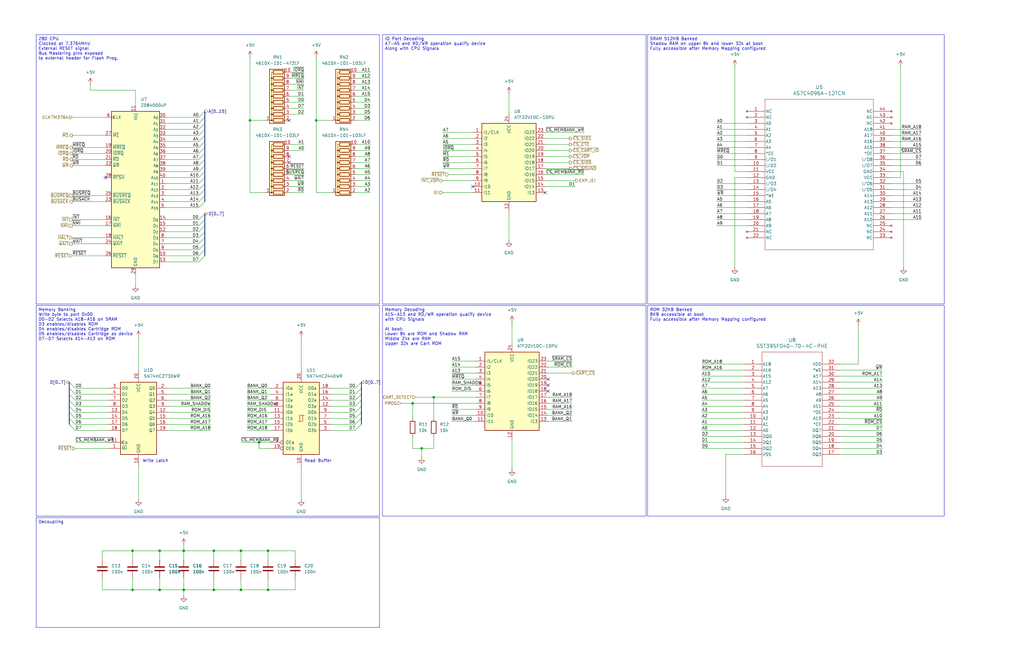
<source format=kicad_sch>
(kicad_sch (version 20250114) (generator "eeschema") (generator_version "9.0")
  (paper "USLedger")
  (text "Write Latch" (at 65.532 194.564 0) (effects (font (size 1.27 1.27))))
  (text "Read Buffer" (at 134.112 194.564 0) (effects (font (size 1.27 1.27))))
  (text_box "Decoupling" (at 15.24 218.44 0) (size 144.78 46.355) (margins 0.9525 0.9525 0.9525 0.9525) (effects (font (size 1.27 1.27)) (justify left top)))
  (text_box "SRAM 512KB Banked\nShadow RAM on upper 8k and lower 32k at boot\nFully accessible after Memory Mapping configured" (at 273.05 14.605 0) (size 125.095 113.665) (margins 0.9525 0.9525 0.9525 0.9525) (effects (font (size 1.27 1.27)) (justify left top)))
  (text_box "Z80 CPU\nClocked at 7.3764MHz\nExternal RESET signal\nBus Mastering pins exposed\nto external header for Flash Prog." (at 15.24 14.605 0) (size 144.78 113.665) (margins 0.9525 0.9525 0.9525 0.9525) (effects (font (size 1.27 1.27)) (justify left top)))
  (text_box "IO Port Decoding\nA7-A5 and RD/WR operation qualify device\nAlong with CPU Signals" (at 161.29 14.605 0) (size 111.125 113.665) (margins 0.9525 0.9525 0.9525 0.9525) (effects (font (size 1.27 1.27)) (justify left top)))
  (text_box "ROM 32KB Banked\n8KB accessible at boot\nFully accessible after Memory Mapping configured" (at 273.05 128.905 0) (size 125.095 88.9) (margins 0.9525 0.9525 0.9525 0.9525) (effects (font (size 1.27 1.27)) (justify left top)))
  (text_box "Memory Banking\nWrite byte to port 0x00\nD0-D2 Selects A18-A16 on SRAM\nD3 enables/disables ROM\nD4 enables/disables Cartridge ROM\nD5 enables/disables Cartridge as device\nD7-D7 Selects A14-A13 on ROM" (at 15.24 128.905 0) (size 144.78 88.9) (margins 0.9525 0.9525 0.9525 0.9525) (effects (font (size 1.27 1.27)) (justify left top)))
  (text_box "Memory Decoding\nA15-A13 and RD/WR operation qualify device\nwith CPU Signals\n\nAt boot:\nLower 8k are ROM and Shadow RAM\nMiddle 24k are RAM\nUpper 32k are Cart ROM\n\n" (at 161.29 128.905 0) (size 111.125 88.9) (margins 0.9525 0.9525 0.9525 0.9525) (effects (font (size 1.27 1.27)) (justify left top)))
  (junction (at 67.31 248.92))
  (junction (at 113.03 232.41))
  (junction (at 101.6 248.92))
  (junction (at 113.03 248.92))
  (junction (at 182.88 167.64))
  (junction (at 55.88 248.92))
  (junction (at 109.22 186.69))
  (junction (at 173.99 170.18))
  (junction (at 105.41 50.8))
  (junction (at 67.31 232.41))
  (junction (at 101.6 232.41))
  (junction (at 90.17 248.92))
  (junction (at 177.8 189.23))
  (junction (at 77.47 232.41))
  (junction (at 77.47 248.92))
  (junction (at 90.17 232.41))
  (junction (at 133.35 50.8))
  (junction (at 55.88 232.41))
  (no_connect (at 199.39 78.74))
  (no_connect (at 231.14 162.56))
  (no_connect (at 231.14 165.1))
  (no_connect (at 44.45 74.93))
  (no_connect (at 231.14 160.02))
  (no_connect (at 229.87 81.28))
  (no_connect (at 121.92 68.58))
  (no_connect (at 121.92 50.8))
  (no_connect (at 121.92 66.04))
  (bus_entry (at 83.82 105.41) (size 2.54 -2.54))
  (bus_entry (at 83.82 80.01) (size 2.54 -2.54))
  (bus_entry (at 152.4 161.29) (size -2.54 2.54))
  (bus_entry (at 29.21 166.37) (size 2.54 2.54))
  (bus_entry (at 83.82 57.15) (size 2.54 -2.54))
  (bus_entry (at 152.4 171.45) (size -2.54 2.54))
  (bus_entry (at 83.82 72.39) (size 2.54 -2.54))
  (bus_entry (at 83.82 62.23) (size 2.54 -2.54))
  (bus_entry (at 83.82 107.95) (size 2.54 -2.54))
  (bus_entry (at 152.4 176.53) (size -2.54 2.54))
  (bus_entry (at 83.82 102.87) (size 2.54 -2.54))
  (bus_entry (at 83.82 100.33) (size 2.54 -2.54))
  (bus_entry (at 83.82 54.61) (size 2.54 -2.54))
  (bus_entry (at 152.4 168.91) (size -2.54 2.54))
  (bus_entry (at 83.82 97.79) (size 2.54 -2.54))
  (bus_entry (at 83.82 49.53) (size 2.54 -2.54))
  (bus_entry (at 83.82 95.25) (size 2.54 -2.54))
  (bus_entry (at 29.21 179.07) (size 2.54 2.54))
  (bus_entry (at 83.82 59.69) (size 2.54 -2.54))
  (bus_entry (at 83.82 82.55) (size 2.54 -2.54))
  (bus_entry (at 83.82 74.93) (size 2.54 -2.54))
  (bus_entry (at 83.82 87.63) (size 2.54 -2.54))
  (bus_entry (at 152.4 166.37) (size -2.54 2.54))
  (bus_entry (at 29.21 176.53) (size 2.54 2.54))
  (bus_entry (at 83.82 110.49) (size 2.54 -2.54))
  (bus_entry (at 83.82 67.31) (size 2.54 -2.54))
  (bus_entry (at 83.82 64.77) (size 2.54 -2.54))
  (bus_entry (at 83.82 69.85) (size 2.54 -2.54))
  (bus_entry (at 152.4 173.99) (size -2.54 2.54))
  (bus_entry (at 29.21 171.45) (size 2.54 2.54))
  (bus_entry (at 83.82 85.09) (size 2.54 -2.54))
  (bus_entry (at 29.21 173.99) (size 2.54 2.54))
  (bus_entry (at 152.4 163.83) (size -2.54 2.54))
  (bus_entry (at 29.21 168.91) (size 2.54 2.54))
  (bus_entry (at 83.82 77.47) (size 2.54 -2.54))
  (bus_entry (at 29.21 161.29) (size 2.54 2.54))
  (bus_entry (at 152.4 179.07) (size -2.54 2.54))
  (bus_entry (at 29.21 163.83) (size 2.54 2.54))
  (bus_entry (at 83.82 92.71) (size 2.54 -2.54))
  (bus_entry (at 83.82 52.07) (size 2.54 -2.54))
  (wire (pts (xy 104.14 163.83) (xy 114.3 163.83)))
  (wire (pts (xy 104.14 166.37) (xy 114.3 166.37)))
  (wire (pts (xy 190.5 160.02) (xy 200.66 160.02)))
  (bus (pts (xy 29.21 173.99) (xy 29.21 176.53)))
  (wire (pts (xy 43.18 243.84) (xy 43.18 248.92)))
  (wire (pts (xy 229.87 58.42) (xy 240.03 58.42)))
  (wire (pts (xy 231.14 157.48) (xy 241.3 157.48)))
  (wire (pts (xy 375.92 77.47) (xy 388.62 77.47)))
  (wire (pts (xy 375.92 72.39) (xy 381 72.39)))
  (wire (pts (xy 121.92 45.72) (xy 128.27 45.72)))
  (wire (pts (xy 149.86 71.12) (xy 156.21 71.12)))
  (wire (pts (xy 375.92 87.63) (xy 388.62 87.63)))
  (wire (pts (xy 186.69 81.28) (xy 199.39 81.28)))
  (wire (pts (xy 375.92 67.31) (xy 388.62 67.31)))
  (wire (pts (xy 30.48 64.77) (xy 44.45 64.77)))
  (bus (pts (xy 86.36 92.71) (xy 86.36 95.25)))
  (wire (pts (xy 309.88 27.94) (xy 309.88 72.39)))
  (wire (pts (xy 71.12 163.83) (xy 88.9 163.83)))
  (wire (pts (xy 354.33 191.77) (xy 372.11 191.77)))
  (wire (pts (xy 375.92 54.61) (xy 388.62 54.61)))
  (wire (pts (xy 354.33 163.83) (xy 372.11 163.83)))
  (wire (pts (xy 375.92 85.09) (xy 388.62 85.09)))
  (wire (pts (xy 302.26 90.17) (xy 314.96 90.17)))
  (wire (pts (xy 30.48 102.87) (xy 44.45 102.87)))
  (wire (pts (xy 30.48 85.09) (xy 44.45 85.09)))
  (wire (pts (xy 30.48 57.15) (xy 44.45 57.15)))
  (wire (pts (xy 354.33 181.61) (xy 372.11 181.61)))
  (wire (pts (xy 295.91 186.69) (xy 313.69 186.69)))
  (wire (pts (xy 354.33 179.07) (xy 372.11 179.07)))
  (wire (pts (xy 43.18 236.22) (xy 43.18 232.41)))
  (wire (pts (xy 182.88 167.64) (xy 200.66 167.64)))
  (wire (pts (xy 302.26 92.71) (xy 314.96 92.71)))
  (bus (pts (xy 86.36 52.07) (xy 86.36 54.61)))
  (wire (pts (xy 302.26 77.47) (xy 314.96 77.47)))
  (wire (pts (xy 67.31 232.41) (xy 77.47 232.41)))
  (wire (pts (xy 104.14 173.99) (xy 114.3 173.99)))
  (wire (pts (xy 113.03 243.84) (xy 113.03 248.92)))
  (bus (pts (xy 86.36 46.99) (xy 86.36 49.53)))
  (wire (pts (xy 109.22 186.69) (xy 114.3 186.69)))
  (wire (pts (xy 69.85 67.31) (xy 83.82 67.31)))
  (wire (pts (xy 173.99 170.18) (xy 200.66 170.18)))
  (wire (pts (xy 354.33 156.21) (xy 372.11 156.21)))
  (wire (pts (xy 354.33 158.75) (xy 372.11 158.75)))
  (wire (pts (xy 190.5 152.4) (xy 200.66 152.4)))
  (wire (pts (xy 69.85 49.53) (xy 83.82 49.53)))
  (wire (pts (xy 175.26 167.64) (xy 182.88 167.64)))
  (wire (pts (xy 302.26 67.31) (xy 314.96 67.31)))
  (wire (pts (xy 149.86 78.74) (xy 156.21 78.74)))
  (wire (pts (xy 149.86 76.2) (xy 156.21 76.2)))
  (wire (pts (xy 302.26 85.09) (xy 314.96 85.09)))
  (bus (pts (xy 86.36 80.01) (xy 86.36 82.55)))
  (wire (pts (xy 31.75 189.23) (xy 45.72 189.23)))
  (wire (pts (xy 375.92 80.01) (xy 388.62 80.01)))
  (wire (pts (xy 379.73 27.94) (xy 379.73 74.93)))
  (wire (pts (xy 69.85 110.49) (xy 83.82 110.49)))
  (wire (pts (xy 121.92 73.66) (xy 128.27 73.66)))
  (wire (pts (xy 177.8 189.23) (xy 182.88 189.23)))
  (wire (pts (xy 38.1 35.56) (xy 38.1 38.1)))
  (wire (pts (xy 69.85 92.71) (xy 83.82 92.71)))
  (wire (pts (xy 354.33 184.15) (xy 372.11 184.15)))
  (wire (pts (xy 302.26 57.15) (xy 314.96 57.15)))
  (wire (pts (xy 113.03 236.22) (xy 113.03 232.41)))
  (wire (pts (xy 69.85 85.09) (xy 83.82 85.09)))
  (wire (pts (xy 101.6 232.41) (xy 101.6 236.22)))
  (wire (pts (xy 69.85 52.07) (xy 83.82 52.07)))
  (wire (pts (xy 149.86 35.56) (xy 156.21 35.56)))
  (wire (pts (xy 149.86 50.8) (xy 156.21 50.8)))
  (wire (pts (xy 375.92 62.23) (xy 388.62 62.23)))
  (wire (pts (xy 314.96 72.39) (xy 309.88 72.39)))
  (bus (pts (xy 86.36 102.87) (xy 86.36 105.41)))
  (wire (pts (xy 67.31 232.41) (xy 67.31 236.22)))
  (wire (pts (xy 133.35 50.8) (xy 139.7 50.8)))
  (wire (pts (xy 149.86 171.45) (xy 139.7 171.45)))
  (wire (pts (xy 375.92 74.93) (xy 379.73 74.93)))
  (wire (pts (xy 69.85 74.93) (xy 83.82 74.93)))
  (wire (pts (xy 229.87 63.5) (xy 240.03 63.5)))
  (wire (pts (xy 302.26 82.55) (xy 314.96 82.55)))
  (wire (pts (xy 55.88 248.92) (xy 67.31 248.92)))
  (wire (pts (xy 168.91 170.18) (xy 173.99 170.18)))
  (wire (pts (xy 190.5 172.72) (xy 200.66 172.72)))
  (wire (pts (xy 69.85 105.41) (xy 83.82 105.41)))
  (wire (pts (xy 149.86 45.72) (xy 156.21 45.72)))
  (wire (pts (xy 186.69 58.42) (xy 199.39 58.42)))
  (wire (pts (xy 121.92 33.02) (xy 128.27 33.02)))
  (wire (pts (xy 354.33 173.99) (xy 372.11 173.99)))
  (wire (pts (xy 354.33 176.53) (xy 372.11 176.53)))
  (wire (pts (xy 189.23 73.66) (xy 199.39 73.66)))
  (wire (pts (xy 295.91 171.45) (xy 313.69 171.45)))
  (wire (pts (xy 182.88 167.64) (xy 182.88 176.53)))
  (wire (pts (xy 69.85 107.95) (xy 83.82 107.95)))
  (wire (pts (xy 306.07 191.77) (xy 306.07 209.55)))
  (wire (pts (xy 71.12 179.07) (xy 88.9 179.07)))
  (wire (pts (xy 149.86 60.96) (xy 156.21 60.96)))
  (wire (pts (xy 190.5 162.56) (xy 200.66 162.56)))
  (wire (pts (xy 104.14 171.45) (xy 114.3 171.45)))
  (wire (pts (xy 77.47 232.41) (xy 77.47 236.22)))
  (wire (pts (xy 77.47 248.92) (xy 90.17 248.92)))
  (bus (pts (xy 29.21 161.29) (xy 29.21 163.83)))
  (wire (pts (xy 295.91 173.99) (xy 313.69 173.99)))
  (wire (pts (xy 55.88 232.41) (xy 67.31 232.41)))
  (wire (pts (xy 186.69 76.2) (xy 199.39 76.2)))
  (wire (pts (xy 71.12 166.37) (xy 88.9 166.37)))
  (wire (pts (xy 104.14 181.61) (xy 114.3 181.61)))
  (wire (pts (xy 295.91 176.53) (xy 313.69 176.53)))
  (wire (pts (xy 215.9 135.89) (xy 215.9 144.78)))
  (wire (pts (xy 104.14 168.91) (xy 114.3 168.91)))
  (wire (pts (xy 77.47 229.87) (xy 77.47 232.41)))
  (wire (pts (xy 30.48 100.33) (xy 44.45 100.33)))
  (wire (pts (xy 121.92 78.74) (xy 128.27 78.74)))
  (wire (pts (xy 354.33 168.91) (xy 372.11 168.91)))
  (wire (pts (xy 302.26 80.01) (xy 314.96 80.01)))
  (wire (pts (xy 121.92 76.2) (xy 128.27 76.2)))
  (wire (pts (xy 77.47 248.92) (xy 77.47 251.46)))
  (wire (pts (xy 58.42 142.24) (xy 58.42 156.21)))
  (wire (pts (xy 127 142.24) (xy 127 156.21)))
  (wire (pts (xy 31.75 181.61) (xy 45.72 181.61)))
  (wire (pts (xy 313.69 191.77) (xy 306.07 191.77)))
  (wire (pts (xy 121.92 71.12) (xy 128.27 71.12)))
  (wire (pts (xy 69.85 57.15) (xy 83.82 57.15)))
  (wire (pts (xy 186.69 55.88) (xy 199.39 55.88)))
  (wire (pts (xy 133.35 81.28) (xy 139.7 81.28)))
  (wire (pts (xy 190.5 175.26) (xy 200.66 175.26)))
  (bus (pts (xy 152.4 171.45) (xy 152.4 173.99)))
  (wire (pts (xy 121.92 30.48) (xy 128.27 30.48)))
  (wire (pts (xy 309.88 74.93) (xy 314.96 74.93)))
  (wire (pts (xy 124.46 236.22) (xy 124.46 232.41)))
  (wire (pts (xy 31.75 173.99) (xy 45.72 173.99)))
  (wire (pts (xy 149.86 68.58) (xy 156.21 68.58)))
  (wire (pts (xy 295.91 161.29) (xy 313.69 161.29)))
  (wire (pts (xy 177.8 189.23) (xy 177.8 193.04)))
  (wire (pts (xy 149.86 33.02) (xy 156.21 33.02)))
  (wire (pts (xy 182.88 184.15) (xy 182.88 189.23)))
  (bus (pts (xy 152.4 163.83) (xy 152.4 166.37)))
  (bus (pts (xy 86.36 90.17) (xy 86.36 92.71)))
  (wire (pts (xy 30.48 67.31) (xy 44.45 67.31)))
  (wire (pts (xy 121.92 35.56) (xy 128.27 35.56)))
  (wire (pts (xy 149.86 66.04) (xy 156.21 66.04)))
  (wire (pts (xy 104.14 179.07) (xy 114.3 179.07)))
  (wire (pts (xy 121.92 40.64) (xy 128.27 40.64)))
  (wire (pts (xy 69.85 59.69) (xy 83.82 59.69)))
  (wire (pts (xy 30.48 69.85) (xy 44.45 69.85)))
  (wire (pts (xy 71.12 176.53) (xy 88.9 176.53)))
  (bus (pts (xy 86.36 100.33) (xy 86.36 102.87)))
  (wire (pts (xy 186.69 71.12) (xy 199.39 71.12)))
  (wire (pts (xy 124.46 243.84) (xy 124.46 248.92)))
  (bus (pts (xy 86.36 69.85) (xy 86.36 72.39)))
  (wire (pts (xy 133.35 24.13) (xy 133.35 50.8)))
  (wire (pts (xy 30.48 95.25) (xy 44.45 95.25)))
  (wire (pts (xy 90.17 232.41) (xy 101.6 232.41)))
  (wire (pts (xy 105.41 24.13) (xy 105.41 50.8)))
  (wire (pts (xy 149.86 38.1) (xy 156.21 38.1)))
  (wire (pts (xy 302.26 64.77) (xy 314.96 64.77)))
  (wire (pts (xy 295.91 184.15) (xy 313.69 184.15)))
  (wire (pts (xy 109.22 186.69) (xy 109.22 189.23)))
  (wire (pts (xy 302.26 62.23) (xy 314.96 62.23)))
  (wire (pts (xy 302.26 54.61) (xy 314.96 54.61)))
  (bus (pts (xy 86.36 62.23) (xy 86.36 64.77)))
  (wire (pts (xy 302.26 95.25) (xy 314.96 95.25)))
  (wire (pts (xy 43.18 232.41) (xy 55.88 232.41)))
  (wire (pts (xy 190.5 165.1) (xy 200.66 165.1)))
  (wire (pts (xy 58.42 196.85) (xy 58.42 210.82)))
  (wire (pts (xy 57.15 115.57) (xy 57.15 120.65)))
  (wire (pts (xy 295.91 153.67) (xy 313.69 153.67)))
  (wire (pts (xy 149.86 30.48) (xy 156.21 30.48)))
  (wire (pts (xy 173.99 170.18) (xy 173.99 176.53)))
  (wire (pts (xy 186.69 63.5) (xy 199.39 63.5)))
  (wire (pts (xy 121.92 38.1) (xy 128.27 38.1)))
  (wire (pts (xy 69.85 69.85) (xy 83.82 69.85)))
  (wire (pts (xy 354.33 186.69) (xy 372.11 186.69)))
  (wire (pts (xy 173.99 184.15) (xy 173.99 189.23)))
  (wire (pts (xy 190.5 177.8) (xy 200.66 177.8)))
  (bus (pts (xy 86.36 64.77) (xy 86.36 67.31)))
  (wire (pts (xy 104.14 176.53) (xy 114.3 176.53)))
  (wire (pts (xy 375.92 59.69) (xy 388.62 59.69)))
  (wire (pts (xy 133.35 50.8) (xy 133.35 81.28)))
  (bus (pts (xy 86.36 67.31) (xy 86.36 69.85)))
  (wire (pts (xy 55.88 243.84) (xy 55.88 248.92)))
  (wire (pts (xy 149.86 173.99) (xy 139.7 173.99)))
  (wire (pts (xy 69.85 102.87) (xy 83.82 102.87)))
  (wire (pts (xy 354.33 189.23) (xy 372.11 189.23)))
  (bus (pts (xy 86.36 105.41) (xy 86.36 107.95)))
  (wire (pts (xy 121.92 60.96) (xy 128.27 60.96)))
  (wire (pts (xy 295.91 166.37) (xy 313.69 166.37)))
  (wire (pts (xy 69.85 77.47) (xy 83.82 77.47)))
  (bus (pts (xy 86.36 57.15) (xy 86.36 59.69)))
  (wire (pts (xy 295.91 156.21) (xy 313.69 156.21)))
  (bus (pts (xy 86.36 54.61) (xy 86.36 57.15)))
  (wire (pts (xy 231.14 172.72) (xy 241.3 172.72)))
  (wire (pts (xy 190.5 154.94) (xy 200.66 154.94)))
  (wire (pts (xy 101.6 186.69) (xy 109.22 186.69)))
  (wire (pts (xy 57.15 38.1) (xy 38.1 38.1)))
  (bus (pts (xy 86.36 49.53) (xy 86.36 52.07)))
  (wire (pts (xy 69.85 100.33) (xy 83.82 100.33)))
  (wire (pts (xy 295.91 179.07) (xy 313.69 179.07)))
  (wire (pts (xy 105.41 50.8) (xy 105.41 81.28)))
  (bus (pts (xy 29.21 166.37) (xy 29.21 168.91)))
  (wire (pts (xy 229.87 68.58) (xy 240.03 68.58)))
  (wire (pts (xy 31.75 163.83) (xy 45.72 163.83)))
  (wire (pts (xy 77.47 232.41) (xy 90.17 232.41)))
  (bus (pts (xy 86.36 59.69) (xy 86.36 62.23)))
  (wire (pts (xy 101.6 243.84) (xy 101.6 248.92)))
  (wire (pts (xy 69.85 62.23) (xy 83.82 62.23)))
  (wire (pts (xy 55.88 232.41) (xy 55.88 236.22)))
  (wire (pts (xy 67.31 243.84) (xy 67.31 248.92)))
  (wire (pts (xy 30.48 92.71) (xy 44.45 92.71)))
  (wire (pts (xy 149.86 166.37) (xy 139.7 166.37)))
  (wire (pts (xy 149.86 63.5) (xy 156.21 63.5)))
  (wire (pts (xy 231.14 177.8) (xy 241.3 177.8)))
  (wire (pts (xy 354.33 166.37) (xy 372.11 166.37)))
  (wire (pts (xy 309.88 74.93) (xy 309.88 113.03)))
  (bus (pts (xy 86.36 82.55) (xy 86.36 85.09)))
  (bus (pts (xy 152.4 166.37) (xy 152.4 168.91)))
  (wire (pts (xy 31.75 179.07) (xy 45.72 179.07)))
  (wire (pts (xy 149.86 43.18) (xy 156.21 43.18)))
  (wire (pts (xy 190.5 157.48) (xy 200.66 157.48)))
  (wire (pts (xy 149.86 40.64) (xy 156.21 40.64)))
  (wire (pts (xy 381 72.39) (xy 381 113.03)))
  (wire (pts (xy 30.48 49.53) (xy 44.45 49.53)))
  (wire (pts (xy 375.92 82.55) (xy 388.62 82.55)))
  (wire (pts (xy 149.86 176.53) (xy 139.7 176.53)))
  (wire (pts (xy 31.75 171.45) (xy 45.72 171.45)))
  (wire (pts (xy 113.03 232.41) (xy 124.46 232.41)))
  (wire (pts (xy 43.18 248.92) (xy 55.88 248.92)))
  (wire (pts (xy 214.63 39.37) (xy 214.63 48.26)))
  (wire (pts (xy 375.92 69.85) (xy 388.62 69.85)))
  (bus (pts (xy 152.4 176.53) (xy 152.4 179.07)))
  (wire (pts (xy 375.92 57.15) (xy 388.62 57.15)))
  (wire (pts (xy 229.87 60.96) (xy 240.03 60.96)))
  (wire (pts (xy 57.15 44.45) (xy 57.15 38.1)))
  (bus (pts (xy 29.21 168.91) (xy 29.21 171.45)))
  (wire (pts (xy 101.6 248.92) (xy 113.03 248.92)))
  (wire (pts (xy 149.86 81.28) (xy 156.21 81.28)))
  (wire (pts (xy 109.22 189.23) (xy 114.3 189.23)))
  (bus (pts (xy 29.21 176.53) (xy 29.21 179.07)))
  (wire (pts (xy 69.85 82.55) (xy 83.82 82.55)))
  (wire (pts (xy 302.26 59.69) (xy 314.96 59.69)))
  (wire (pts (xy 375.92 90.17) (xy 388.62 90.17)))
  (wire (pts (xy 71.12 168.91) (xy 88.9 168.91)))
  (bus (pts (xy 152.4 168.91) (xy 152.4 171.45)))
  (wire (pts (xy 229.87 73.66) (xy 246.38 73.66)))
  (wire (pts (xy 149.86 179.07) (xy 139.7 179.07)))
  (wire (pts (xy 375.92 92.71) (xy 388.62 92.71)))
  (wire (pts (xy 31.75 166.37) (xy 45.72 166.37)))
  (wire (pts (xy 121.92 48.26) (xy 128.27 48.26)))
  (wire (pts (xy 69.85 80.01) (xy 83.82 80.01)))
  (wire (pts (xy 67.31 248.92) (xy 77.47 248.92)))
  (wire (pts (xy 295.91 168.91) (xy 313.69 168.91)))
  (wire (pts (xy 90.17 232.41) (xy 90.17 236.22)))
  (wire (pts (xy 173.99 189.23) (xy 177.8 189.23)))
  (wire (pts (xy 105.41 50.8) (xy 111.76 50.8)))
  (wire (pts (xy 113.03 248.92) (xy 124.46 248.92)))
  (wire (pts (xy 77.47 243.84) (xy 77.47 248.92)))
  (bus (pts (xy 29.21 163.83) (xy 29.21 166.37)))
  (wire (pts (xy 186.69 60.96) (xy 199.39 60.96)))
  (wire (pts (xy 149.86 73.66) (xy 156.21 73.66)))
  (wire (pts (xy 302.26 87.63) (xy 314.96 87.63)))
  (wire (pts (xy 231.14 175.26) (xy 241.3 175.26)))
  (wire (pts (xy 69.85 54.61) (xy 83.82 54.61)))
  (wire (pts (xy 149.86 181.61) (xy 139.7 181.61)))
  (bus (pts (xy 86.36 77.47) (xy 86.36 80.01)))
  (bus (pts (xy 152.4 161.29) (xy 152.4 163.83)))
  (wire (pts (xy 71.12 171.45) (xy 88.9 171.45)))
  (wire (pts (xy 295.91 158.75) (xy 313.69 158.75)))
  (bus (pts (xy 86.36 95.25) (xy 86.36 97.79)))
  (wire (pts (xy 295.91 189.23) (xy 313.69 189.23)))
  (wire (pts (xy 31.75 176.53) (xy 45.72 176.53)))
  (wire (pts (xy 214.63 88.9) (xy 214.63 101.6)))
  (wire (pts (xy 229.87 66.04) (xy 240.03 66.04)))
  (wire (pts (xy 31.75 186.69) (xy 45.72 186.69)))
  (wire (pts (xy 354.33 161.29) (xy 372.11 161.29)))
  (wire (pts (xy 186.69 68.58) (xy 199.39 68.58)))
  (wire (pts (xy 71.12 181.61) (xy 88.9 181.61)))
  (wire (pts (xy 229.87 55.88) (xy 246.38 55.88)))
  (wire (pts (xy 69.85 95.25) (xy 83.82 95.25)))
  (wire (pts (xy 231.14 152.4) (xy 241.3 152.4)))
  (bus (pts (xy 86.36 74.93) (xy 86.36 77.47)))
  (wire (pts (xy 231.14 167.64) (xy 241.3 167.64)))
  (wire (pts (xy 186.69 66.04) (xy 199.39 66.04)))
  (wire (pts (xy 31.75 168.91) (xy 45.72 168.91)))
  (bus (pts (xy 152.4 173.99) (xy 152.4 176.53)))
  (wire (pts (xy 375.92 64.77) (xy 388.62 64.77)))
  (bus (pts (xy 29.21 171.45) (xy 29.21 173.99)))
  (wire (pts (xy 231.14 170.18) (xy 241.3 170.18)))
  (wire (pts (xy 127 196.85) (xy 127 210.82)))
  (wire (pts (xy 229.87 78.74) (xy 242.57 78.74)))
  (wire (pts (xy 121.92 43.18) (xy 128.27 43.18)))
  (wire (pts (xy 69.85 72.39) (xy 83.82 72.39)))
  (wire (pts (xy 121.92 81.28) (xy 128.27 81.28)))
  (wire (pts (xy 295.91 163.83) (xy 313.69 163.83)))
  (wire (pts (xy 302.26 69.85) (xy 314.96 69.85)))
  (wire (pts (xy 361.95 137.16) (xy 361.95 153.67)))
  (wire (pts (xy 30.48 107.95) (xy 44.45 107.95)))
  (wire (pts (xy 30.48 82.55) (xy 44.45 82.55)))
  (bus (pts (xy 86.36 72.39) (xy 86.36 74.93)))
  (wire (pts (xy 90.17 248.92) (xy 101.6 248.92)))
  (wire (pts (xy 90.17 243.84) (xy 90.17 248.92)))
  (wire (pts (xy 354.33 153.67) (xy 361.95 153.67)))
  (wire (pts (xy 215.9 185.42) (xy 215.9 198.12)))
  (wire (pts (xy 101.6 232.41) (xy 113.03 232.41)))
  (wire (pts (xy 121.92 63.5) (xy 128.27 63.5)))
  (wire (pts (xy 302.26 52.07) (xy 314.96 52.07)))
  (wire (pts (xy 69.85 87.63) (xy 83.82 87.63)))
  (wire (pts (xy 69.85 64.77) (xy 83.82 64.77)))
  (wire (pts (xy 30.48 62.23) (xy 44.45 62.23)))
  (wire (pts (xy 149.86 48.26) (xy 156.21 48.26)))
  (wire (pts (xy 231.14 154.94) (xy 241.3 154.94)))
  (wire (pts (xy 69.85 97.79) (xy 83.82 97.79)))
  (wire (pts (xy 71.12 173.99) (xy 88.9 173.99)))
  (wire (pts (xy 105.41 81.28) (xy 111.76 81.28)))
  (wire (pts (xy 149.86 163.83) (xy 139.7 163.83)))
  (wire (pts (xy 149.86 168.91) (xy 139.7 168.91)))
  (wire (pts (xy 295.91 181.61) (xy 313.69 181.61)))
  (wire (pts (xy 229.87 76.2) (xy 242.57 76.2)))
  (wire (pts (xy 229.87 71.12) (xy 240.03 71.12)))
  (bus (pts (xy 86.36 97.79) (xy 86.36 100.33)))
  (wire (pts (xy 354.33 171.45) (xy 372.11 171.45)))
  (label "BANK_Q1" (at 88.9 166.37 180))
  (label "A15" (at 388.62 62.23 180))
  (label "~{WR}" (at 186.69 71.12 0))
  (label "BANK_Q0" (at 88.9 163.83 180))
  (label "D7" (at 128.27 45.72 180))
  (label "A5" (at 156.21 73.66 180))
  (label "A6" (at 156.21 71.12 180))
  (label "ROM_A17" (at 372.11 158.75 180))
  (label "ROM_A18" (at 104.14 181.61 0))
  (label "D6" (at 156.21 50.8 180))
  (label "D3" (at 156.21 45.72 180))
  (label "ROM_DIS" (at 104.14 173.99 0))
  (label "D2" (at 149.86 168.91 180))
  (label "A0" (at 302.26 52.07 0))
  (label "ROM_DIS" (at 190.5 165.1 0))
  (label "A14" (at 388.62 82.55 180))
  (label "~{RD}" (at 186.69 68.58 0))
  (label "D7" (at 83.82 110.49 180))
  (label "D5" (at 156.21 48.26 180))
  (label "D5" (at 372.11 186.69 180))
  (label "RAM_A17" (at 241.3 170.18 180))
  (label "A12" (at 388.62 87.63 180))
  (label "BANK_Q2" (at 104.14 168.91 0))
  (label "~{INT}" (at 128.27 38.1 180))
  (label "D0" (at 83.82 92.71 180))
  (label "A7" (at 302.26 90.17 0))
  (label "A8" (at 372.11 166.37 180))
  (label "~{RD}" (at 128.27 81.28 180))
  (label "~{NMI}" (at 128.27 35.56 180))
  (label "BANK_Q2" (at 88.9 168.91 180))
  (label "D7" (at 372.11 181.61 180))
  (label "~{INT}" (at 30.48 92.71 0))
  (label "A4" (at 156.21 76.2 180))
  (label "A6" (at 302.26 87.63 0))
  (label "~{RD}" (at 372.11 173.99 180))
  (label "A5" (at 295.91 168.91 0))
  (label "A15" (at 156.21 40.64 180))
  (label "D0" (at 149.86 163.83 180))
  (label "~{SRAM_CS}" (at 241.3 152.4 180))
  (label "D6" (at 388.62 69.85 180))
  (label "~{MREQ}" (at 302.26 64.77 0))
  (label "A15" (at 295.91 158.75 0))
  (label "D1" (at 295.91 186.69 0))
  (label "A12" (at 156.21 33.02 180))
  (label "BANK_Q1" (at 104.14 166.37 0))
  (label "~{BUSACK}" (at 30.48 85.09 0))
  (label "D2" (at 295.91 184.15 0))
  (label "D2" (at 128.27 48.26 180))
  (label "A1" (at 302.26 54.61 0))
  (label "D1" (at 128.27 40.64 180))
  (label "~{CS_MEMBANK_WR}" (at 246.38 55.88 180))
  (label "~{MREQ}" (at 128.27 33.02 180))
  (label "D0" (at 302.26 67.31 0))
  (label "A12" (at 83.82 80.01 180))
  (label "ROM_A17" (at 104.14 179.07 0))
  (label "D0" (at 31.75 163.83 0))
  (label "A11" (at 388.62 90.17 180))
  (label "D1" (at 302.26 69.85 0))
  (label "~{CS_MEMBANK_RD}" (at 246.38 73.66 180))
  (label "~{NMI}" (at 30.48 95.25 0))
  (label "A14" (at 190.5 154.94 0))
  (label "D3" (at 31.75 171.45 0))
  (label "~{MREQ}" (at 30.48 62.23 0))
  (label "A6" (at 295.91 166.37 0))
  (label "A10" (at 388.62 92.71 180))
  (label "~{M1}" (at 186.69 66.04 0))
  (label "ROM_A16" (at 295.91 156.21 0))
  (label "~{CS_MEMBANK_RD}" (at 101.6 186.69 0))
  (label "D4" (at 149.86 173.99 180))
  (label "D0" (at 128.27 43.18 180))
  (label "A13" (at 372.11 163.83 180))
  (label "A9" (at 302.26 95.25 0))
  (label "D5" (at 31.75 176.53 0))
  (label "D1" (at 149.86 166.37 180))
  (label "D5" (at 388.62 77.47 180))
  (label "~{WR}" (at 302.26 82.55 0))
  (label "D3" (at 372.11 191.77 180))
  (label "D2" (at 31.75 168.91 0))
  (label "A4" (at 295.91 171.45 0))
  (label "A3" (at 83.82 57.15 180))
  (label "D3" (at 302.26 80.01 0))
  (label "~{IORQ}" (at 128.27 30.48 180))
  (label "D5" (at 149.86 176.53 180))
  (label "D6" (at 149.86 179.07 180))
  (label "RAM_A18" (at 388.62 54.61 180))
  (label "D6" (at 31.75 179.07 0))
  (label "D1" (at 83.82 95.25 180))
  (label "A5" (at 302.26 85.09 0))
  (label "A12" (at 295.91 161.29 0))
  (label "A14" (at 156.21 38.1 180))
  (label "ROM_A18" (at 295.91 153.67 0))
  (label "~{WAIT}" (at 128.27 76.2 180))
  (label "~{WAIT}" (at 30.48 102.87 0))
  (label "D4" (at 31.75 173.99 0))
  (label "D3" (at 83.82 100.33 180))
  (label "A7" (at 186.69 55.88 0))
  (label "D4" (at 156.21 43.18 180))
  (label "A15" (at 190.5 152.4 0))
  (label "A11" (at 83.82 77.47 180))
  (label "RAM_A17" (at 388.62 57.15 180))
  (label "A13" (at 156.21 35.56 180))
  (label "BANK_Q2" (at 241.3 175.26 180))
  (label "A3" (at 302.26 59.69 0))
  (label "~{RESET}" (at 128.27 71.12 180))
  (label "D4" (at 372.11 189.23 180))
  (label "~{BUSREQ}" (at 30.48 82.55 0))
  (label "ROM_A17" (at 88.9 179.07 180))
  (label "RAM_A16" (at 388.62 59.69 180))
  (label "A6" (at 186.69 58.42 0))
  (label "A3" (at 156.21 78.74 180))
  (label "A9" (at 83.82 72.39 180))
  (label "D1" (at 242.57 78.74 180))
  (label "~{IORQ}" (at 186.69 63.5 0))
  (label "A1" (at 295.91 179.07 0))
  (label "BANK_Q0" (at 190.5 177.8 0))
  (label "A9" (at 372.11 168.91 180))
  (label "A9" (at 156.21 63.5 180))
  (label "BANK_Q1" (at 241.3 177.8 180))
  (label "D2" (at 302.26 77.47 0))
  (label "~{RD}" (at 190.5 172.72 0))
  (label "D3" (at 149.86 171.45 180))
  (label "A2" (at 302.26 57.15 0))
  (label "~{WR}" (at 128.27 78.74 180))
  (label "RAM_SHADOW" (at 190.5 162.56 0))
  (label "RAM_SHADOW" (at 104.14 171.45 0))
  (label "A0" (at 128.27 63.5 180))
  (label "BANK_Q0" (at 104.14 163.83 0))
  (label "~{MREQ}" (at 190.5 160.02 0))
  (label "~{BUSREQ}" (at 128.27 73.66 180))
  (label "RAM_A16" (at 241.3 172.72 180))
  (label "A4" (at 83.82 59.69 180))
  (label "A3" (at 295.91 173.99 0))
  (label "D2" (at 83.82 97.79 180))
  (label "~{IORQ}" (at 30.48 64.77 0))
  (label "A14" (at 372.11 161.29 180))
  (label "D6" (at 372.11 184.15 180))
  (label "D7" (at 31.75 181.61 0))
  (label "D1" (at 31.75 166.37 0))
  (label "D0" (at 295.91 189.23 0))
  (label "~{RESET}" (at 30.48 107.95 0))
  (label "D7" (at 149.86 181.61 180))
  (label "A6" (at 83.82 64.77 180))
  (label "A11" (at 156.21 30.48 180))
  (label "A7" (at 83.82 67.31 180))
  (label "ROM_A18" (at 88.9 181.61 180))
  (label "A2" (at 156.21 81.28 180))
  (label "~{WR}" (at 372.11 156.21 180))
  (label "A10" (at 372.11 176.53 180))
  (label "~{RD}" (at 30.48 67.31 0))
  (label "~{WR}" (at 190.5 175.26 0))
  (label "A1" (at 83.82 52.07 180))
  (label "~{WR}" (at 30.48 69.85 0))
  (label "~{SRAM_CS}" (at 388.62 64.77 180))
  (label "A7" (at 156.21 68.58 180))
  (label "A10" (at 83.82 74.93 180))
  (label "RAM_A18" (at 241.3 167.64 180))
  (label "ROM_A16" (at 88.9 176.53 180))
  (label "A15" (at 83.82 87.63 180))
  (label "~{ROM_CS}" (at 241.3 154.94 180))
  (label "A13" (at 83.82 82.55 180))
  (label "A7" (at 295.91 163.83 0))
  (label "D6" (at 83.82 107.95 180))
  (label "A10" (at 156.21 60.96 180))
  (label "A0" (at 295.91 181.61 0))
  (label "RAM_SHADOW" (at 88.9 171.45 180))
  (label "D7" (at 388.62 67.31 180))
  (label "~{CS_MEMBANK_WR}" (at 31.75 186.69 0))
  (label "A1" (at 128.27 60.96 180))
  (label "A2" (at 83.82 54.61 180))
  (label "A13" (at 190.5 157.48 0))
  (label "A8" (at 83.82 69.85 180))
  (label "A13" (at 388.62 85.09 180))
  (label "A11" (at 372.11 171.45 180))
  (label "A5" (at 83.82 62.23 180))
  (label "A4" (at 302.26 62.23 0))
  (label "D4" (at 83.82 102.87 180))
  (label "A14" (at 83.82 85.09 180))
  (label "D4" (at 388.62 80.01 180))
  (label "ROM_DIS" (at 88.9 173.99 180))
  (label "A5" (at 186.69 60.96 0))
  (label "ROM_A16" (at 104.14 176.53 0))
  (label "~{ROM_CS}" (at 372.11 179.07 180))
  (label "A0" (at 83.82 49.53 180))
  (label "A8" (at 302.26 92.71 0))
  (label "A8" (at 156.21 66.04 180))
  (label "D5" (at 83.82 105.41 180))
  (label "A2" (at 295.91 176.53 0))
  (hierarchical_label "IEI" (shape input) (at 186.69 81.28 180))
  (hierarchical_label "PROG" (shape input) (at 168.91 170.18 180))
  (hierarchical_label "CART_DETECT" (shape input) (at 175.26 167.64 180))
  (hierarchical_label "~{CS_SIO0}" (shape output) (at 240.03 68.58 0))
  (hierarchical_label "~{BUSACK}" (shape output) (at 30.48 85.09 180))
  (hierarchical_label "~{BUSREQ}" (shape passive) (at 30.48 82.55 180))
  (hierarchical_label "~{CS_VDP}" (shape output) (at 240.03 66.04 0))
  (hierarchical_label "~{RESET}" (shape input) (at 31.75 189.23 180))
  (hierarchical_label "~{INT}" (shape passive) (at 30.48 92.71 180))
  (hierarchical_label "~{CS_CART_IO}" (shape output) (at 240.03 63.5 0))
  (hierarchical_label "~{WR}" (shape output) (at 30.48 69.85 180))
  (hierarchical_label "A[0..15]" (shape output) (at 86.36 46.99 0))
  (hierarchical_label "~{RESET}" (shape input) (at 189.23 73.66 180))
  (hierarchical_label "~{CS_SOUND}" (shape output) (at 240.03 71.12 0))
  (hierarchical_label "~{MREQ}" (shape output) (at 30.48 62.23 180))
  (hierarchical_label "~{CART_CS}" (shape output) (at 241.3 157.48 0))
  (hierarchical_label "~{WAIT}" (shape passive) (at 30.48 102.87 180))
  (hierarchical_label "~{HALT}" (shape input) (at 30.48 100.33 180))
  (hierarchical_label "~{NMI}" (shape passive) (at 30.48 95.25 180))
  (hierarchical_label "~{RD}" (shape output) (at 30.48 67.31 180))
  (hierarchical_label "~{INT_VDP}" (shape input) (at 186.69 76.2 180))
  (hierarchical_label "~{M1}" (shape output) (at 30.48 57.15 180))
  (hierarchical_label "EXP_IEI" (shape output) (at 242.57 76.2 0))
  (hierarchical_label "D[0..7]" (shape bidirectional) (at 152.4 161.29 0))
  (hierarchical_label "D[0..7]" (shape bidirectional) (at 29.21 161.29 180))
  (hierarchical_label "~{CS_CTC}" (shape output) (at 240.03 60.96 0))
  (hierarchical_label "~{RESET}" (shape input) (at 30.48 107.95 180))
  (hierarchical_label "~{IORQ}" (shape output) (at 30.48 64.77 180))
  (hierarchical_label "D[0..7]" (shape bidirectional) (at 86.36 90.17 0))
  (hierarchical_label "~{CS_SIO1}" (shape output) (at 240.03 58.42 0))
  (hierarchical_label "CLK7M3764" (shape input) (at 30.48 49.53 180))
  (symbol (lib_id "power:+5V") (at 361.95 137.16 0) (unit 1)
    (property "Reference" "#PWR049" (effects (hide yes)))
    (property "Value" "+5V" (at 361.95 132.08 0))
    (property "Description" "Power symbol creates a global label with name \"+5V\"" (effects (hide yes)))
  )
  (symbol (lib_id "power:GND") (at 309.88 113.03 0) (unit 1)
    (property "Reference" "#PWR045" (effects (hide yes)))
    (property "Value" "GND" (at 309.88 118.11 0))
    (property "Description" "Power symbol creates a global label with name \"GND\" , ground" (effects (hide yes)))
  )
  (symbol (lib_id "power:GND") (at 58.42 210.82 0) (unit 1)
    (property "Reference" "#PWR055" (effects (hide yes)))
    (property "Value" "GND" (at 58.42 215.9 0))
    (property "Description" "Power symbol creates a global label with name \"GND\" , ground" (effects (hide yes)))
  )
  (symbol (lib_id "power:GND") (at 215.9 198.12 0) (unit 1)
    (property "Reference" "#PWR053" (effects (hide yes)))
    (property "Value" "GND" (at 215.9 203.2 0))
    (property "Description" "Power symbol creates a global label with name \"GND\" , ground" (effects (hide yes)))
  )
  (symbol (lib_id "power:GND") (at 57.15 120.65 0) (unit 1)
    (property "Reference" "#PWR047" (effects (hide yes)))
    (property "Value" "GND" (at 57.15 125.73 0))
    (property "Description" "Power symbol creates a global label with name \"GND\" , ground" (effects (hide yes)))
  )
  (symbol (lib_id "power:GND") (at 214.63 101.6 0) (unit 1)
    (property "Reference" "#PWR044" (effects (hide yes)))
    (property "Value" "GND" (at 214.63 106.68 0))
    (property "Description" "Power symbol creates a global label with name \"GND\" , ground" (effects (hide yes)))
  )
  (symbol (lib_id "Device:R") (at 182.88 180.34 0) (unit 1)
    (property "Reference" "R12" (at 185.42 179.0699 0) (effects (justify left)))
    (property "Value" "10k" (at 185.42 181.6099 0) (effects (justify left)))
    (property "Footprint" "Resistor_SMD:R_0603_1608Metric" (effects (hide yes)))
    (property "Description" "Resistor" (effects (hide yes)))
    (property "MANUFACTURER_PART_NUMBER" "RC0603FR-0710KL" (effects (hide yes)))
  )
  (symbol (lib_id "power:+5V") (at 379.73 27.94 0) (unit 1)
    (property "Reference" "#PWR041" (effects (hide yes)))
    (property "Value" "+5V" (at 379.73 22.86 0))
    (property "Description" "Power symbol creates a global label with name \"+5V\"" (effects (hide yes)))
  )
  (symbol (lib_id "Device:R_Network09") (at 144.78 71.12 90) (unit 1)
    (property "Reference" "RN4" (at 145.034 54.61 90))
    (property "Value" "4610X-101-103LF" (at 145.034 57.15 90))
    (property "Footprint" "Resistor_THT:R_Array_SIP10" (effects (hide yes)))
    (property "Datasheet" "http://www.vishay.com/docs/31509/csc.pdf" (effects (hide yes)))
    (property "Description" "9 resistor network, star topology, bussed resistors, small symbol" (effects (hide yes)))
    (property "MANUFACTURER_PART_NUMBER" "4610X-101-103LF" (effects (hide yes)))
  )
  (symbol (lib_id "power:GND") (at 381 113.03 0) (unit 1)
    (property "Reference" "#PWR046" (effects (hide yes)))
    (property "Value" "GND" (at 381 118.11 0))
    (property "Description" "Power symbol creates a global label with name \"GND\" , ground" (effects (hide yes)))
  )
  (symbol (lib_id "power:+5V") (at 58.42 142.24 0) (unit 1)
    (property "Reference" "#PWR050" (effects (hide yes)))
    (property "Value" "+5V" (at 58.42 137.16 0))
    (property "Description" "Power symbol creates a global label with name \"+5V\"" (effects (hide yes)))
  )
  (symbol (lib_id "power:GND") (at 77.47 251.46 0) (unit 1)
    (property "Reference" "#PWR058" (effects (hide yes)))
    (property "Value" "GND" (at 77.47 256.54 0))
    (property "Description" "Power symbol creates a global label with name \"GND\" , ground" (effects (hide yes)))
  )
  (symbol (lib_id "power:+5V") (at 215.9 135.89 0) (unit 1)
    (property "Reference" "#PWR048" (effects (hide yes)))
    (property "Value" "+5V" (at 215.9 130.81 0))
    (property "Description" "Power symbol creates a global label with name \"+5V\"" (effects (hide yes)))
  )
  (symbol (lib_id "Device:R_Network09") (at 116.84 71.12 90) (unit 1)
    (property "Reference" "RN3" (at 117.094 54.61 90))
    (property "Value" "4610X-101-103LF" (at 117.094 57.15 90))
    (property "Footprint" "Resistor_THT:R_Array_SIP10" (effects (hide yes)))
    (property "Datasheet" "http://www.vishay.com/docs/31509/csc.pdf" (effects (hide yes)))
    (property "Description" "9 resistor network, star topology, bussed resistors, small symbol" (effects (hide yes)))
    (property "MANUFACTURER_PART_NUMBER" "4610X-101-103LF" (effects (hide yes)))
  )
  (symbol (lib_id "Device:C") (at 67.31 240.03 0) (unit 1)
    (property "Reference" "C15" (at 71.12 238.7599 0) (effects (justify left)))
    (property "Value" "100n" (at 71.12 241.2999 0) (effects (justify left)))
    (property "Footprint" "Capacitor_SMD:C_0805_2012Metric" (effects (hide yes)))
    (property "Description" "Unpolarized capacitor" (effects (hide yes)))
    (property "MANUFACTURER_PART_NUMBER" "0402B104K160CT" (effects (hide yes)))
  )
  (symbol (lib_id "74xx:74HC273") (at 58.42 176.53 0) (unit 1)
    (property "Reference" "U10" (at 60.5633 156.21 0) (effects (justify left)))
    (property "Value" "SN74HC273DWR" (at 60.5633 158.75 0) (effects (justify left)))
    (property "Footprint" "Package_SO:SOIC-20W_7.5x12.8mm_P1.27mm" (effects (hide yes)))
    (property "Datasheet" "https://assets.nexperia.com/documents/data-sheet/74HC_HCT273.pdf" (effects (hide yes)))
    (property "Description" "8-bit D Flip-Flop, reset" (effects (hide yes)))
    (property "MANUFACTURER_PART_NUMBER" "SN74HC273DWR" (effects (hide yes)))
  )
  (symbol (lib_id "Device:C") (at 43.18 240.03 0) (unit 1)
    (property "Reference" "C13" (at 46.99 238.7599 0) (effects (justify left)))
    (property "Value" "100n" (at 46.99 241.2999 0) (effects (justify left)))
    (property "Footprint" "Capacitor_SMD:C_0805_2012Metric" (effects (hide yes)))
    (property "Description" "Unpolarized capacitor" (effects (hide yes)))
    (property "MANUFACTURER_PART_NUMBER" "0402B104K160CT" (effects (hide yes)))
  )
  (symbol (lib_id "power:GND") (at 177.8 193.04 0) (unit 1)
    (property "Reference" "#PWR052" (effects (hide yes)))
    (property "Value" "GND" (at 177.8 198.12 0))
    (property "Description" "Power symbol creates a global label with name \"GND\" , ground" (effects (hide yes)))
  )
  (symbol (lib_id "Logic_Programmable:PEEL22CV10AP") (at 215.9 165.1 0) (unit 1)
    (property "Reference" "U9" (at 218.0433 143.51 0) (effects (justify left)))
    (property "Value" "ATF22V10C-10PU" (at 218.0433 146.05 0) (effects (justify left)))
    (property "Footprint" "Package_DIP:DIP-24_W7.62mm" (effects (hide yes)))
    (property "Datasheet" "https://www.alldatasheet.com/datasheet-pdf/pdf/149182/ANACHIP/PEEL22CV10AP-15L.html" (effects (hide yes)))
    (property "Description" "Not in Production, CMOS Programmable Electrically Erasable Logic Device, DIP-24" (effects (hide yes)))
    (property "MANUFACTURER_PART_NUMBER" "ATF22V10C-10PU" (effects (hide yes)))
  )
  (symbol (lib_id "2026-01-17_16-43-41:SST39SF040-70-4C-PHE") (at 313.69 153.67 0) (unit 1)
    (property "Reference" "U8" (at 334.01 143.51 0) (effects (font (size 1.524 1.524))))
    (property "Value" "SST39SF040-70-4C-PHE" (at 334.01 146.05 0) (effects (font (size 1.524 1.524))))
    (property "Footprint" "Footprints:PDIP32_PH_SST_MCH" (effects (hide yes)))
    (property "Datasheet" "SST39SF040-70-4C-PHE" (effects (hide yes)))
    (property "MANUFACTURER_PART_NUMBER" "SST39SF040-70-4C-PHE" (effects (hide yes)))
  )
  (symbol (lib_id "power:+5V") (at 77.47 229.87 0) (unit 1)
    (property "Reference" "#PWR057" (effects (hide yes)))
    (property "Value" "+5V" (at 77.47 224.79 0))
    (property "Description" "Power symbol creates a global label with name \"+5V\"" (effects (hide yes)))
  )
  (symbol (lib_id "power:+5V") (at 214.63 39.37 0) (unit 1)
    (property "Reference" "#PWR043" (effects (hide yes)))
    (property "Value" "+5V" (at 214.63 34.29 0))
    (property "Description" "Power symbol creates a global label with name \"+5V\"" (effects (hide yes)))
  )
  (symbol (lib_id "power:GND") (at 127 210.82 0) (unit 1)
    (property "Reference" "#PWR056" (effects (hide yes)))
    (property "Value" "GND" (at 127 215.9 0))
    (property "Description" "Power symbol creates a global label with name \"GND\" , ground" (effects (hide yes)))
  )
  (symbol (lib_id "Device:C") (at 77.47 240.03 0) (unit 1)
    (property "Reference" "C16" (at 81.28 238.7599 0) (effects (justify left)))
    (property "Value" "100n" (at 81.28 241.2999 0) (effects (justify left)))
    (property "Footprint" "Capacitor_SMD:C_0805_2012Metric" (effects (hide yes)))
    (property "Description" "Unpolarized capacitor" (effects (hide yes)))
    (property "MANUFACTURER_PART_NUMBER" "0402B104K160CT" (effects (hide yes)))
  )
  (symbol (lib_id "power:+5V") (at 133.35 24.13 0) (unit 1)
    (property "Reference" "#PWR039" (effects (hide yes)))
    (property "Value" "+5V" (at 133.35 19.05 0))
    (property "Description" "Power symbol creates a global label with name \"+5V\"" (effects (hide yes)))
  )
  (symbol (lib_id "power:GND") (at 306.07 209.55 0) (unit 1)
    (property "Reference" "#PWR054" (effects (hide yes)))
    (property "Value" "GND" (at 306.07 214.63 0))
    (property "Description" "Power symbol creates a global label with name \"GND\" , ground" (effects (hide yes)))
  )
  (symbol (lib_id "Device:C") (at 101.6 240.03 0) (unit 1)
    (property "Reference" "C18" (at 105.41 238.7599 0) (effects (justify left)))
    (property "Value" "100n" (at 105.41 241.2999 0) (effects (justify left)))
    (property "Footprint" "Capacitor_SMD:C_0805_2012Metric" (effects (hide yes)))
    (property "Description" "Unpolarized capacitor" (effects (hide yes)))
    (property "MANUFACTURER_PART_NUMBER" "0402B104K160CT" (effects (hide yes)))
  )
  (symbol (lib_id "power:+5V") (at 105.41 24.13 0) (unit 1)
    (property "Reference" "#PWR038" (effects (hide yes)))
    (property "Value" "+5V" (at 105.41 19.05 0))
    (property "Description" "Power symbol creates a global label with name \"+5V\"" (effects (hide yes)))
  )
  (symbol (lib_name "PEEL22CV10AP_1") (lib_id "Logic_Programmable:PEEL22CV10AP") (at 214.63 68.58 0) (unit 1)
    (property "Reference" "U6" (at 216.7733 46.99 0) (effects (justify left)))
    (property "Value" "ATF22V10C-10PU" (at 216.7733 49.53 0) (effects (justify left)))
    (property "Footprint" "Package_DIP:DIP-24_W7.62mm" (effects (hide yes)))
    (property "Datasheet" "https://www.alldatasheet.com/datasheet-pdf/pdf/149182/ANACHIP/PEEL22CV10AP-15L.html" (effects (hide yes)))
    (property "Description" "Not in Production, CMOS Programmable Electrically Erasable Logic Device, DIP-24" (effects (hide yes)))
    (property "MANUFACTURER_PART_NUMBER" "ATF22V10C-10PU" (effects (hide yes)))
  )
  (symbol (lib_id "Device:C") (at 113.03 240.03 0) (unit 1)
    (property "Reference" "C19" (at 116.84 238.7599 0) (effects (justify left)))
    (property "Value" "100n" (at 116.84 241.2999 0) (effects (justify left)))
    (property "Footprint" "Capacitor_SMD:C_0805_2012Metric" (effects (hide yes)))
    (property "Description" "Unpolarized capacitor" (effects (hide yes)))
    (property "MANUFACTURER_PART_NUMBER" "0402B104K160CT" (effects (hide yes)))
  )
  (symbol (lib_id "Device:C") (at 124.46 240.03 0) (unit 1)
    (property "Reference" "C20" (at 128.27 238.7599 0) (effects (justify left)))
    (property "Value" "100n" (at 128.27 241.2999 0) (effects (justify left)))
    (property "Footprint" "Capacitor_SMD:C_0805_2012Metric" (effects (hide yes)))
    (property "Description" "Unpolarized capacitor" (effects (hide yes)))
    (property "MANUFACTURER_PART_NUMBER" "0402B104K160CT" (effects (hide yes)))
  )
  (symbol (lib_id "power:+5V") (at 127 142.24 0) (unit 1)
    (property "Reference" "#PWR051" (effects (hide yes)))
    (property "Value" "+5V" (at 127 137.16 0))
    (property "Description" "Power symbol creates a global label with name \"+5V\"" (effects (hide yes)))
  )
  (symbol (lib_id "2026-01-16_22-14-51:AS7C4096A-12TCN") (at 314.96 46.99 0) (unit 1)
    (property "Reference" "U5" (at 345.44 36.83 0) (effects (font (size 1.524 1.524))))
    (property "Value" "AS7C4096A-12TCN" (at 345.44 39.37 0) (effects (font (size 1.524 1.524))))
    (property "Footprint" "Footprints:TSOP-44_MIL400_ALL" (effects (hide yes)))
    (property "Datasheet" "AS7C4096A-12TCN" (effects (hide yes)))
    (property "MANUFACTURER_PART_NUMBER" "AS7C4096A-12TCN" (effects (hide yes)))
  )
  (symbol (lib_id "power:+5V") (at 309.88 27.94 0) (unit 1)
    (property "Reference" "#PWR040" (effects (hide yes)))
    (property "Value" "+5V" (at 309.88 22.86 0))
    (property "Description" "Power symbol creates a global label with name \"+5V\"" (effects (hide yes)))
  )
  (symbol (lib_id "74xx:74LS244") (at 127 176.53 0) (unit 1)
    (property "Reference" "U11" (at 129.1433 156.21 0) (effects (justify left)))
    (property "Value" "SN74HC244DWR" (at 129.1433 158.75 0) (effects (justify left)))
    (property "Footprint" "Package_SO:SOIC-20W_7.5x12.8mm_P1.27mm" (effects (hide yes)))
    (property "Datasheet" "http://www.ti.com/lit/ds/symlink/sn74ls244.pdf" (effects (hide yes)))
    (property "Description" "Octal Buffer and Line Driver With 3-State Output, active-low enables, non-inverting outputs" (effects (hide yes)))
    (property "MANUFACTURER_PART_NUMBER" "SN74HC244DWR" (effects (hide yes)))
  )
  (symbol (lib_id "Device:C") (at 90.17 240.03 0) (unit 1)
    (property "Reference" "C17" (at 93.98 238.7599 0) (effects (justify left)))
    (property "Value" "100n" (at 93.98 241.2999 0) (effects (justify left)))
    (property "Footprint" "Capacitor_SMD:C_0805_2012Metric" (effects (hide yes)))
    (property "Description" "Unpolarized capacitor" (effects (hide yes)))
    (property "MANUFACTURER_PART_NUMBER" "0402B104K160CT" (effects (hide yes)))
  )
  (symbol (lib_id "power:+5V") (at 38.1 35.56 0) (unit 1)
    (property "Reference" "#PWR042" (effects (hide yes)))
    (property "Value" "+5V" (at 38.1 30.48 0))
    (property "Description" "Power symbol creates a global label with name \"+5V\"" (effects (hide yes)))
  )
  (symbol (lib_id "CPU:Z084000xP") (at 57.15 80.01 0) (unit 1)
    (property "Reference" "U7" (at 59.2933 41.91 0) (effects (justify left)))
    (property "Value" "Z084000xP" (at 59.2933 44.45 0) (effects (justify left)))
    (property "Footprint" "Package_DIP:DIP-40_W15.24mm_Socket" (effects (hide yes)))
    (property "Datasheet" "https://archive.org/details/zilog-z-8400" (effects (hide yes)))
    (property "Description" "8-bit General Purpose Microprocessor, 8-bit data bus, 16-bit address bus, 4 / 6.17 / 8 MHz, DIP-40 (600 mil)" (effects (hide yes)))
    (property "MANUFACTURER_PART_NUMBER" "A 40-LC-TT" (effects (hide yes)))
  )
  (symbol (lib_id "Device:R") (at 173.99 180.34 0) (unit 1)
    (property "Reference" "R11" (at 176.53 179.0699 0) (effects (justify left)))
    (property "Value" "10k" (at 176.53 181.6099 0) (effects (justify left)))
    (property "Footprint" "Resistor_SMD:R_0603_1608Metric" (effects (hide yes)))
    (property "Description" "Resistor" (effects (hide yes)))
    (property "MANUFACTURER_PART_NUMBER" "RC0603FR-0710KL" (effects (hide yes)))
  )
  (symbol (lib_id "Device:R_Network09") (at 116.84 40.64 90) (unit 1)
    (property "Reference" "RN1" (at 117.094 24.13 90))
    (property "Value" "4610X-101-472LF" (at 117.094 26.67 90))
    (property "Footprint" "Resistor_THT:R_Array_SIP10" (effects (hide yes)))
    (property "Datasheet" "http://www.vishay.com/docs/31509/csc.pdf" (effects (hide yes)))
    (property "Description" "9 resistor network, star topology, bussed resistors, small symbol" (effects (hide yes)))
    (property "MANUFACTURER_PART_NUMBER" "4610X-101-103LF" (effects (hide yes)))
  )
  (symbol (lib_id "Device:R_Network09") (at 144.78 40.64 90) (unit 1)
    (property "Reference" "RN2" (at 145.034 24.13 90))
    (property "Value" "4610X-101-103LF" (at 145.034 26.67 90))
    (property "Footprint" "Resistor_THT:R_Array_SIP10" (effects (hide yes)))
    (property "Datasheet" "http://www.vishay.com/docs/31509/csc.pdf" (effects (hide yes)))
    (property "Description" "9 resistor network, star topology, bussed resistors, small symbol" (effects (hide yes)))
    (property "MANUFACTURER_PART_NUMBER" "4610X-101-103LF" (effects (hide yes)))
  )
  (symbol (lib_id "Device:C") (at 55.88 240.03 0) (unit 1)
    (property "Reference" "C14" (at 59.69 238.7599 0) (effects (justify left)))
    (property "Value" "100n" (at 59.69 241.2999 0) (effects (justify left)))
    (property "Footprint" "Capacitor_SMD:C_0805_2012Metric" (effects (hide yes)))
    (property "Description" "Unpolarized capacitor" (effects (hide yes)))
    (property "MANUFACTURER_PART_NUMBER" "0402B104K160CT" (effects (hide yes)))
  )
)
</source>
